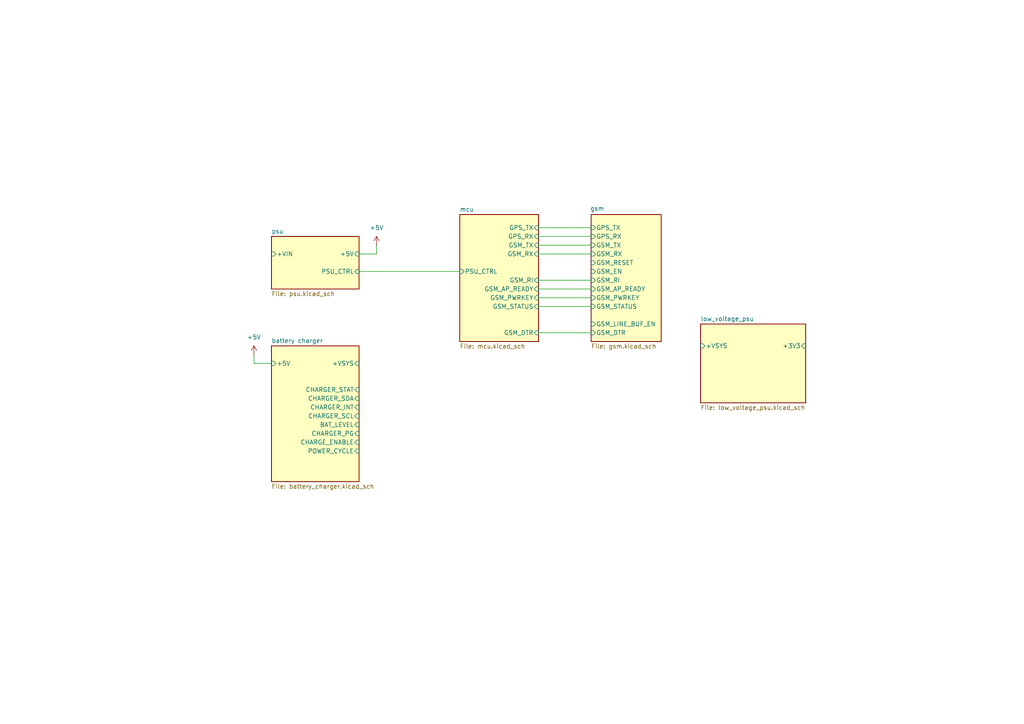
<source format=kicad_sch>
(kicad_sch (version 20250114) (generator "eeschema") (generator_version "9.0")
  (paper "A4")
  (lib_symbols
    (symbol "power:+5V" (power) (pin_numbers (hide yes)) (pin_names (offset 0) (hide yes))
      (property "Value" "+5V" (at 0 3.556 0))
      (symbol "+5V_0_1"
        (polyline (pts (xy -0.762 1.27) (xy 0 2.54)))
        (polyline (pts (xy 0 2.54) (xy 0.762 1.27)))
        (polyline (pts (xy 0 0) (xy 0 2.54)))
      )
      (symbol "+5V_1_1"
        (pin power_in line (at 0 0 90) (length 0) (name "~") (number "1"))
      )
    )
  )
  (wire (pts (xy 156.21 83.82) (xy 171.45 83.82)))
  (wire (pts (xy 156.21 96.52) (xy 171.45 96.52)))
  (wire (pts (xy 156.21 81.28) (xy 171.45 81.28)))
  (wire (pts (xy 156.21 68.58) (xy 171.45 68.58)))
  (wire (pts (xy 156.21 71.12) (xy 171.45 71.12)))
  (wire (pts (xy 156.21 73.66) (xy 171.45 73.66)))
  (wire (pts (xy 78.74 105.41) (xy 73.66 105.41)))
  (wire (pts (xy 104.14 78.74) (xy 133.35 78.74)))
  (wire (pts (xy 156.21 66.04) (xy 171.45 66.04)))
  (wire (pts (xy 109.22 73.66) (xy 104.14 73.66)))
  (wire (pts (xy 156.21 86.36) (xy 171.45 86.36)))
  (wire (pts (xy 73.66 105.41) (xy 73.66 102.87)))
  (wire (pts (xy 156.21 88.9) (xy 171.45 88.9)))
  (wire (pts (xy 109.22 71.12) (xy 109.22 73.66)))
  (symbol (lib_id "power:+5V") (at 109.22 71.12 0) (unit 1)
    (property "Reference" "#PWR01" (effects (hide yes)))
    (property "Value" "+5V" (at 109.22 66.04 0))
    (property "Description" "Power symbol creates a global label with name \"+5V\"" (effects (hide yes)))
  )
  (symbol (lib_id "power:+5V") (at 73.66 102.87 0) (unit 1)
    (property "Reference" "#PWR067" (effects (hide yes)))
    (property "Value" "+5V" (at 73.66 97.79 0))
    (property "Description" "Power symbol creates a global label with name \"+5V\"" (effects (hide yes)))
  )
  (sheet (at 171.45 62.23) (size 20.32 36.83) (stroke (width 0.254)) (fill (color 255 255 194 1.0000))
    (property "Sheetname" "gsm" (at 171.196 61.214 0) (effects (justify left bottom)))
    (property "Sheetfile" "gsm.kicad_sch" (at 171.45 99.6954 0) (effects (justify left top)))
    (pin "GPS_RX" input (at 171.45 68.58 180))
    (pin "GSM_DTR" input (at 171.45 96.52 180))
    (pin "GSM_RI" input (at 171.45 81.28 180))
    (pin "GSM_RESET" input (at 171.45 76.2 180))
    (pin "GSM_EN" input (at 171.45 78.74 180))
    (pin "GSM_TX" input (at 171.45 71.12 180))
    (pin "GSM_AP_READY" input (at 171.45 83.82 180))
    (pin "GSM_PWRKEY" input (at 171.45 86.36 180))
    (pin "GSM_STATUS" input (at 171.45 88.9 180))
    (pin "GSM_RX" input (at 171.45 73.66 180))
    (pin "GPS_TX" input (at 171.45 66.04 180))
    (pin "GSM_LINE_BUF_EN" input (at 171.45 93.98 180))
  )
  (sheet (at 78.74 68.58) (size 25.4 15.24) (stroke (width 0.254)) (fill (color 255 255 194 1.0000))
    (property "Sheetname" "psu" (at 78.74 67.8176 0) (effects (justify left bottom)))
    (property "Sheetfile" "psu.kicad_sch" (at 78.74 84.4554 0) (effects (justify left top)))
    (pin "+VIN" input (at 78.74 73.66 180))
    (pin "PSU_CTRL" input (at 104.14 78.74 0))
    (pin "+5V" input (at 104.14 73.66 0))
  )
  (sheet (at 203.2 93.98) (size 30.48 22.86) (stroke (width 0.254)) (fill (color 255 255 194 1.0000))
    (property "Sheetname" "low_voltage_psu" (at 203.2 93.2176 0) (effects (justify left bottom)))
    (property "Sheetfile" "low_voltage_psu.kicad_sch" (at 203.2 117.4754 0) (effects (justify left top)))
    (pin "+VSYS" input (at 203.2 100.33 180))
    (pin "+3V3" input (at 233.68 100.33 0))
  )
  (sheet (at 133.35 62.23) (size 22.86 36.83) (stroke (width 0.254)) (fill (color 255 255 194 1.0000))
    (property "Sheetname" "mcu" (at 133.35 61.4676 0) (effects (justify left bottom)))
    (property "Sheetfile" "mcu.kicad_sch" (at 133.35 99.6954 0) (effects (justify left top)))
    (pin "GSM_TX" input (at 156.21 71.12 0))
    (pin "GSM_RX" input (at 156.21 73.66 0))
    (pin "GSM_PWRKEY" input (at 156.21 86.36 0))
    (pin "GPS_TX" input (at 156.21 66.04 0))
    (pin "GPS_RX" input (at 156.21 68.58 0))
    (pin "GSM_DTR" input (at 156.21 96.52 0))
    (pin "GSM_RI" input (at 156.21 81.28 0))
    (pin "GSM_AP_READY" input (at 156.21 83.82 0))
    (pin "GSM_STATUS" input (at 156.21 88.9 0))
    (pin "PSU_CTRL" input (at 133.35 78.74 180))
  )
  (sheet (at 78.74 100.33) (size 25.4 39.37) (stroke (width 0.254)) (fill (color 255 255 194 1.0000))
    (property "Sheetname" "battery charger" (at 78.74 99.5676 0) (effects (justify left bottom)))
    (property "Sheetfile" "battery_charger.kicad_sch" (at 78.74 140.3354 0) (effects (justify left top)))
    (pin "CHARGER_PG" input (at 104.14 125.73 0))
    (pin "BAT_LEVEL" input (at 104.14 123.19 0))
    (pin "CHARGER_SCL" input (at 104.14 120.65 0))
    (pin "CHARGE_ENABLE" input (at 104.14 128.27 0))
    (pin "CHARGER_INT" input (at 104.14 118.11 0))
    (pin "CHARGER_SDA" input (at 104.14 115.57 0))
    (pin "+5V" input (at 78.74 105.41 180))
    (pin "POWER_CYCLE" input (at 104.14 130.81 0))
    (pin "CHARGER_STAT" input (at 104.14 113.03 0))
    (pin "+VSYS" input (at 104.14 105.41 0))
  )
)
</source>
